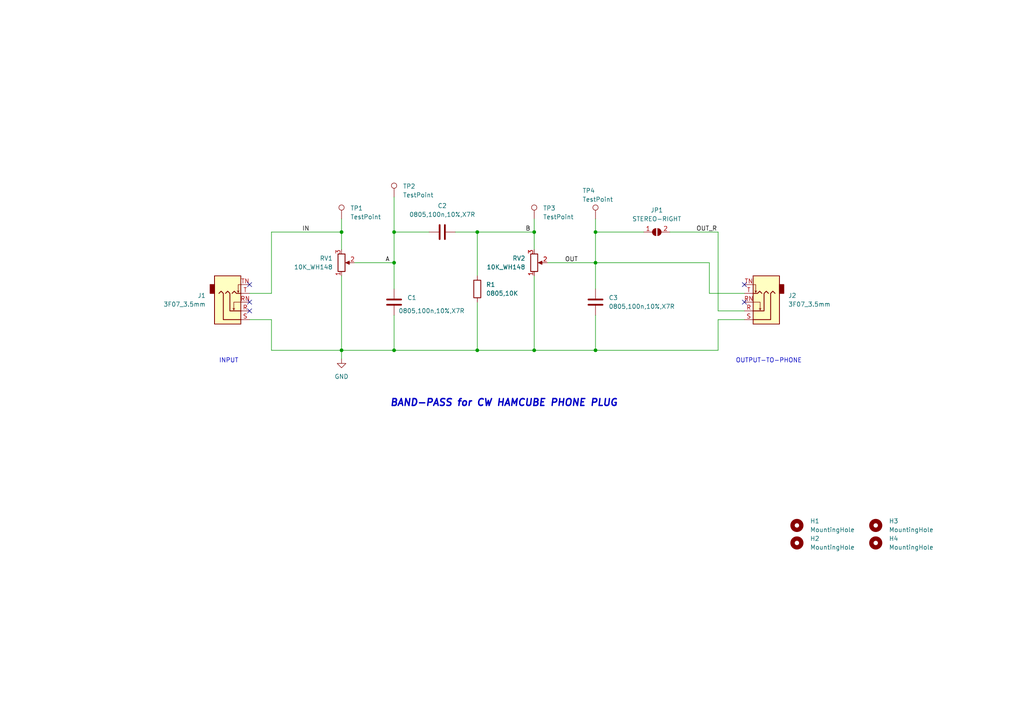
<source format=kicad_sch>
(kicad_sch (version 20210621) (generator eeschema)
  (paper "A4")
  (lib_symbols
    (symbol "Connector:AudioJack3_SwitchTR"
      (property "Reference" "J" (at 0 8.89 0))
      (property "Value" "AudioJack3_SwitchTR" (at 0 6.35 0))
      (symbol "AudioJack3_SwitchTR_0_1"
        (rectangle (start -5.08 -5.08) (end -6.35 -7.62) (stroke (width 0.254)) (fill (type outline)))
        (rectangle (start 2.54 3.81) (end -5.08 -10.16) (stroke (width 0.254)) (fill (type background)))
        (polyline (pts (xy 0.508 -0.254) (xy 0.762 -0.762)))
        (polyline (pts (xy 1.778 -5.334) (xy 2.032 -5.842)))
        (polyline (pts (xy 0 -5.08) (xy 0.635 -5.715) (xy 1.27 -5.08) (xy 2.54 -5.08)) (stroke (width 0.254)))
        (polyline (pts (xy 2.54 -7.62) (xy 1.778 -7.62) (xy 1.778 -5.334) (xy 1.524 -5.842)))
        (polyline (pts (xy 2.54 -2.54) (xy 0.508 -2.54) (xy 0.508 -0.254) (xy 0.254 -0.762)))
        (polyline (pts (xy -1.905 -5.08) (xy -1.27 -5.715) (xy -0.635 -5.08) (xy -0.635 0) (xy 2.54 0)) (stroke (width 0.254)))
        (polyline (pts (xy 2.54 2.54) (xy -2.54 2.54) (xy -2.54 -5.08) (xy -3.175 -5.715) (xy -3.81 -5.08)) (stroke (width 0.254)))
      )
      (symbol "AudioJack3_SwitchTR_1_1"
        (pin passive line (at 5.08 0 180) (length 2.54) (name "~") (number "R"))
        (pin passive line (at 5.08 -2.54 180) (length 2.54) (name "~") (number "RN"))
        (pin passive line (at 5.08 2.54 180) (length 2.54) (name "~") (number "S"))
        (pin passive line (at 5.08 -5.08 180) (length 2.54) (name "~") (number "T"))
        (pin passive line (at 5.08 -7.62 180) (length 2.54) (name "~") (number "TN"))
      )
    )
    (symbol "Connector:TestPoint" (pin_numbers hide) (pin_names (offset 0.762) hide)
      (property "Reference" "TP" (at 0 6.858 0))
      (property "Value" "TestPoint" (at 0 5.08 0))
      (symbol "TestPoint_0_1"
        (circle (center 0 3.302) (radius 0.762))
      )
      (symbol "TestPoint_1_1"
        (pin passive line (at 0 0 90) (length 2.54) (name "1") (number "1"))
      )
    )
    (symbol "Device:C" (pin_numbers hide) (pin_names (offset 0.254))
      (property "Reference" "C" (at 0.635 2.54 0))
      (property "Value" "C" (at 0.635 -2.54 0))
      (symbol "C_0_1"
        (polyline (pts (xy -2.032 -0.762) (xy 2.032 -0.762)) (stroke (width 0.508)))
        (polyline (pts (xy -2.032 0.762) (xy 2.032 0.762)) (stroke (width 0.508)))
      )
      (symbol "C_1_1"
        (pin passive line (at 0 3.81 270) (length 2.794) (name "~") (number "1"))
        (pin passive line (at 0 -3.81 90) (length 2.794) (name "~") (number "2"))
      )
    )
    (symbol "Device:R" (pin_numbers hide) (pin_names (offset 0))
      (property "Reference" "R" (at 2.032 0 90))
      (property "Value" "R" (at 0 0 90))
      (symbol "R_0_1"
        (rectangle (start -1.016 -2.54) (end 1.016 2.54) (stroke (width 0.254)))
      )
      (symbol "R_1_1"
        (pin passive line (at 0 3.81 270) (length 1.27) (name "~") (number "1"))
        (pin passive line (at 0 -3.81 90) (length 1.27) (name "~") (number "2"))
      )
    )
    (symbol "Device:R_Potentiometer" (pin_names (offset 1.016) hide)
      (property "Reference" "RV" (at -4.445 0 90))
      (property "Value" "R_Potentiometer" (at -2.54 0 90))
      (symbol "R_Potentiometer_0_1"
        (rectangle (start 1.016 2.54) (end -1.016 -2.54) (stroke (width 0.254)))
        (polyline (pts (xy 2.54 0) (xy 1.524 0)))
        (polyline (pts (xy 1.143 0) (xy 2.286 0.508) (xy 2.286 -0.508) (xy 1.143 0)) (fill (type outline)))
      )
      (symbol "R_Potentiometer_1_1"
        (pin passive line (at 0 3.81 270) (length 1.27) (name "1") (number "1"))
        (pin passive line (at 3.81 0 180) (length 1.27) (name "2") (number "2"))
        (pin passive line (at 0 -3.81 90) (length 1.27) (name "3") (number "3"))
      )
    )
    (symbol "Jumper:SolderJumper_2_Open" (pin_names (offset 0) hide)
      (property "Reference" "JP" (at 0 2.032 0))
      (property "Value" "SolderJumper_2_Open" (at 0 -2.54 0))
      (symbol "SolderJumper_2_Open_0_1"
        (arc (start -0.254 1.016) (end -0.254 -1.016) (radius (at -0.254 0) (length 1.016) (angles 90.1 -90.1)))
        (arc (start 0.254 -1.016) (end 0.254 1.016) (radius (at 0.254 0) (length 1.016) (angles -89.9 89.9)))
        (arc (start -0.254 1.016) (end -0.254 -1.016) (radius (at -0.254 0) (length 1.016) (angles 90.1 -90.1)) (fill (type outline)))
        (arc (start 0.254 -1.016) (end 0.254 1.016) (radius (at 0.254 0) (length 1.016) (angles -89.9 89.9)) (fill (type outline)))
        (polyline (pts (xy -0.254 1.016) (xy -0.254 -1.016)))
        (polyline (pts (xy 0.254 1.016) (xy 0.254 -1.016)))
      )
      (symbol "SolderJumper_2_Open_1_1"
        (pin passive line (at -3.81 0 0) (length 2.54) (name "A") (number "1"))
        (pin passive line (at 3.81 0 180) (length 2.54) (name "B") (number "2"))
      )
    )
    (symbol "Mechanical:MountingHole" (pin_names (offset 1.016))
      (property "Reference" "H" (at 0 5.08 0))
      (property "Value" "MountingHole" (at 0 3.175 0))
      (symbol "MountingHole_0_1"
        (circle (center 0 0) (radius 1.27) (stroke (width 1.27)))
      )
    )
    (symbol "power:GND" (power) (pin_names (offset 0))
      (property "Value" "GND" (at 0 -3.81 0))
      (symbol "GND_0_1"
        (polyline (pts (xy 0 0) (xy 0 -1.27) (xy 1.27 -1.27) (xy 0 -2.54) (xy -1.27 -1.27) (xy 0 -1.27)))
      )
      (symbol "GND_1_1"
        (pin power_in line (at 0 0 270) (length 0) hide (name "GND") (number "1"))
      )
    )
  )
  (junction (at 99.06 67.31) (diameter 0.9144))
  (junction (at 99.06 101.6) (diameter 0.9144))
  (junction (at 114.3 67.31) (diameter 0.9144))
  (junction (at 114.3 76.2) (diameter 0.9144))
  (junction (at 114.3 101.6) (diameter 0.9144))
  (junction (at 138.43 67.31) (diameter 0.9144))
  (junction (at 138.43 101.6) (diameter 0.9144))
  (junction (at 154.94 67.31) (diameter 0.9144))
  (junction (at 154.94 101.6) (diameter 0.9144))
  (junction (at 172.72 67.31) (diameter 0.9144))
  (junction (at 172.72 76.2) (diameter 0.9144))
  (junction (at 172.72 101.6) (diameter 0.9144))
  (no_connect (at 72.39 82.55))
  (no_connect (at 72.39 87.63))
  (no_connect (at 72.39 90.17))
  (no_connect (at 215.9 82.55))
  (no_connect (at 215.9 87.63))
  (wire (pts (xy 72.39 85.09) (xy 78.74 85.09)))
  (wire (pts (xy 72.39 92.71) (xy 78.74 92.71)))
  (wire (pts (xy 78.74 67.31) (xy 78.74 85.09)))
  (wire (pts (xy 78.74 67.31) (xy 99.06 67.31)))
  (wire (pts (xy 78.74 92.71) (xy 78.74 101.6)))
  (wire (pts (xy 78.74 101.6) (xy 99.06 101.6)))
  (wire (pts (xy 99.06 63.5) (xy 99.06 67.31)))
  (wire (pts (xy 99.06 67.31) (xy 99.06 72.39)))
  (wire (pts (xy 99.06 80.01) (xy 99.06 101.6)))
  (wire (pts (xy 99.06 101.6) (xy 99.06 104.14)))
  (wire (pts (xy 99.06 101.6) (xy 114.3 101.6)))
  (wire (pts (xy 102.87 76.2) (xy 114.3 76.2)))
  (wire (pts (xy 114.3 57.15) (xy 114.3 67.31)))
  (wire (pts (xy 114.3 67.31) (xy 124.46 67.31)))
  (wire (pts (xy 114.3 76.2) (xy 114.3 67.31)))
  (wire (pts (xy 114.3 76.2) (xy 114.3 83.82)))
  (wire (pts (xy 114.3 91.44) (xy 114.3 101.6)))
  (wire (pts (xy 114.3 101.6) (xy 138.43 101.6)))
  (wire (pts (xy 132.08 67.31) (xy 138.43 67.31)))
  (wire (pts (xy 138.43 67.31) (xy 138.43 80.01)))
  (wire (pts (xy 138.43 67.31) (xy 154.94 67.31)))
  (wire (pts (xy 138.43 87.63) (xy 138.43 101.6)))
  (wire (pts (xy 138.43 101.6) (xy 154.94 101.6)))
  (wire (pts (xy 154.94 63.5) (xy 154.94 67.31)))
  (wire (pts (xy 154.94 67.31) (xy 154.94 72.39)))
  (wire (pts (xy 154.94 80.01) (xy 154.94 101.6)))
  (wire (pts (xy 154.94 101.6) (xy 172.72 101.6)))
  (wire (pts (xy 172.72 63.5) (xy 172.72 67.31)))
  (wire (pts (xy 172.72 67.31) (xy 172.72 76.2)))
  (wire (pts (xy 172.72 76.2) (xy 158.75 76.2)))
  (wire (pts (xy 172.72 76.2) (xy 205.74 76.2)))
  (wire (pts (xy 172.72 83.82) (xy 172.72 76.2)))
  (wire (pts (xy 172.72 91.44) (xy 172.72 101.6)))
  (wire (pts (xy 172.72 101.6) (xy 208.28 101.6)))
  (wire (pts (xy 186.69 67.31) (xy 172.72 67.31)))
  (wire (pts (xy 194.31 67.31) (xy 208.28 67.31)))
  (wire (pts (xy 205.74 76.2) (xy 205.74 85.09)))
  (wire (pts (xy 205.74 85.09) (xy 215.9 85.09)))
  (wire (pts (xy 208.28 67.31) (xy 208.28 90.17)))
  (wire (pts (xy 208.28 90.17) (xy 215.9 90.17)))
  (wire (pts (xy 208.28 92.71) (xy 215.9 92.71)))
  (wire (pts (xy 208.28 101.6) (xy 208.28 92.71)))
  (text "INPUT" (at 63.5 105.41 0) (effects (font (size 1.27 1.27)) (justify left bottom)))
  (text "BAND-PASS for CW HAMCUBE PHONE PLUG" (at 113.03 118.11 0) (effects (font (size 2 2) (thickness 0.4) bold italic) (justify left bottom)))
  (text "OUTPUT-TO-PHONE" (at 213.36 105.41 0) (effects (font (size 1.27 1.27)) (justify left bottom)))
  (label "IN" (at 87.63 67.31 0))
  (label "A" (at 111.76 76.2 0))
  (label "B" (at 152.4 67.31 0))
  (label "OUT" (at 163.83 76.2 0))
  (label "OUT_R" (at 201.93 67.31 0))
  (symbol (lib_id "Connector:TestPoint") (at 99.06 63.5 0) (unit 1)
    (property "Reference" "TP1" (at 101.6 60.3884 0) (effects (justify left)))
    (property "Value" "TestPoint" (at 101.6 62.9284 0) (effects (justify left)))
    (property "Footprint" "TestPoint:TestPoint_THTPad_D1.0mm_Drill0.5mm" (effects hide))
  )
  (symbol (lib_id "Connector:TestPoint") (at 114.3 57.15 0) (unit 1)
    (property "Reference" "TP2" (at 116.84 54.0384 0) (effects (justify left)))
    (property "Value" "TestPoint" (at 116.84 56.5784 0) (effects (justify left)))
    (property "Footprint" "TestPoint:TestPoint_THTPad_D1.0mm_Drill0.5mm" (effects hide))
  )
  (symbol (lib_id "Connector:TestPoint") (at 154.94 63.5 0) (unit 1)
    (property "Reference" "TP3" (at 157.48 60.3884 0) (effects (justify left)))
    (property "Value" "TestPoint" (at 157.48 62.9284 0) (effects (justify left)))
    (property "Footprint" "TestPoint:TestPoint_THTPad_D1.0mm_Drill0.5mm" (effects hide))
  )
  (symbol (lib_id "Connector:TestPoint") (at 172.72 63.5 0) (unit 1)
    (property "Reference" "TP4" (at 168.91 55.3084 0) (effects (justify left)))
    (property "Value" "TestPoint" (at 168.91 57.8484 0) (effects (justify left)))
    (property "Footprint" "TestPoint:TestPoint_THTPad_D1.0mm_Drill0.5mm" (effects hide))
  )
  (symbol (lib_id "power:GND") (at 99.06 104.14 0) (unit 1)
    (property "Reference" "#PWR0101" (effects hide))
    (property "Value" "GND" (at 99.06 109.22 0))
  )
  (symbol (lib_id "Mechanical:MountingHole") (at 231.14 152.4 0) (unit 1)
    (property "Reference" "H1" (at 234.95 151.1299 0) (effects (justify left)))
    (property "Value" "MountingHole" (at 234.95 153.6699 0) (effects (justify left)))
    (property "Footprint" "MountingHole:MountingHole_2.7mm_M2.5" (effects hide))
  )
  (symbol (lib_id "Mechanical:MountingHole") (at 231.14 157.48 0) (unit 1)
    (property "Reference" "H2" (at 234.95 156.2099 0) (effects (justify left)))
    (property "Value" "MountingHole" (at 234.95 158.7499 0) (effects (justify left)))
    (property "Footprint" "MountingHole:MountingHole_2.7mm_M2.5" (effects hide))
  )
  (symbol (lib_id "Mechanical:MountingHole") (at 254 152.4 0) (unit 1)
    (property "Reference" "H3" (at 257.81 151.1299 0) (effects (justify left)))
    (property "Value" "MountingHole" (at 257.81 153.6699 0) (effects (justify left)))
    (property "Footprint" "MountingHole:MountingHole_2.7mm_M2.5" (effects hide))
  )
  (symbol (lib_id "Mechanical:MountingHole") (at 254 157.48 0) (unit 1)
    (property "Reference" "H4" (at 257.81 156.2099 0) (effects (justify left)))
    (property "Value" "MountingHole" (at 257.81 158.7499 0) (effects (justify left)))
    (property "Footprint" "MountingHole:MountingHole_2.7mm_M2.5" (effects hide))
  )
  (symbol (lib_id "Jumper:SolderJumper_2_Open") (at 190.5 67.31 0) (unit 1)
    (property "Reference" "JP1" (at 190.5 60.96 0))
    (property "Value" "STEREO-RIGHT" (at 190.5 63.5 0))
    (property "Footprint" "Jumper:SolderJumper-2_P1.3mm_Open_RoundedPad1.0x1.5mm" (effects hide))
  )
  (symbol (lib_id "Device:R") (at 138.43 83.82 0) (unit 1)
    (property "Reference" "R1" (at 140.97 82.5499 0) (effects (justify left)))
    (property "Value" "0805,10K" (at 140.97 85.0899 0) (effects (justify left)))
    (property "Footprint" "Resistor_SMD:R_0805_2012Metric_Pad1.20x1.40mm_HandSolder" (effects hide))
  )
  (symbol (lib_id "Device:C") (at 114.3 87.63 0) (unit 1)
    (property "Reference" "C1" (at 118.11 86.3599 0) (effects (justify left)))
    (property "Value" "0805,100n,10%,X7R" (at 115.57 90.1699 0) (effects (justify left)))
    (property "Footprint" "Capacitor_SMD:C_0805_2012Metric_Pad1.18x1.45mm_HandSolder" (effects hide))
  )
  (symbol (lib_id "Device:C") (at 128.27 67.31 90) (unit 1)
    (property "Reference" "C2" (at 128.27 59.69 90))
    (property "Value" "0805,100n,10%,X7R" (at 128.27 62.23 90))
    (property "Footprint" "Capacitor_SMD:C_0805_2012Metric_Pad1.18x1.45mm_HandSolder" (effects hide))
  )
  (symbol (lib_id "Device:C") (at 172.72 87.63 180) (unit 1)
    (property "Reference" "C3" (at 176.53 86.3599 0) (effects (justify right)))
    (property "Value" "0805,100n,10%,X7R" (at 176.53 88.8999 0) (effects (justify right)))
    (property "Footprint" "Capacitor_SMD:C_0805_2012Metric_Pad1.18x1.45mm_HandSolder" (effects hide))
  )
  (symbol (lib_id "Device:R_Potentiometer") (at 99.06 76.2 0) (mirror x) (unit 1)
    (property "Reference" "RV1" (at 96.52 74.9299 0) (effects (justify right)))
    (property "Value" "10K_WH148" (at 96.52 77.4699 0) (effects (justify right)))
    (property "Footprint" "pcblib_new599 Library:POT_SINGLE_WH148" (effects hide))
  )
  (symbol (lib_id "Device:R_Potentiometer") (at 154.94 76.2 0) (mirror x) (unit 1)
    (property "Reference" "RV2" (at 152.4 74.9299 0) (effects (justify right)))
    (property "Value" "10K_WH148" (at 152.4 77.4699 0) (effects (justify right)))
    (property "Footprint" "pcblib_new599 Library:POT_SINGLE_WH148" (effects hide))
  )
  (symbol (lib_id "Connector:AudioJack3_SwitchTR") (at 67.31 90.17 0) (mirror x) (unit 1)
    (property "Reference" "J1" (at 59.69 85.7249 0) (effects (justify right)))
    (property "Value" "3F07_3.5mm" (at 59.69 88.2649 0) (effects (justify right)))
    (property "Footprint" "pcblib_new599 Library:AUDIOJACK_3F07_3.5" (effects hide))
  )
  (symbol (lib_id "Connector:AudioJack3_SwitchTR") (at 220.98 90.17 180) (unit 1)
    (property "Reference" "J2" (at 228.6 85.7249 0) (effects (justify right)))
    (property "Value" "3F07_3.5mm" (at 228.6 88.2649 0) (effects (justify right)))
    (property "Footprint" "pcblib_new599 Library:AUDIOJACK_3F07_3.5" (effects hide))
  )
)
</source>
